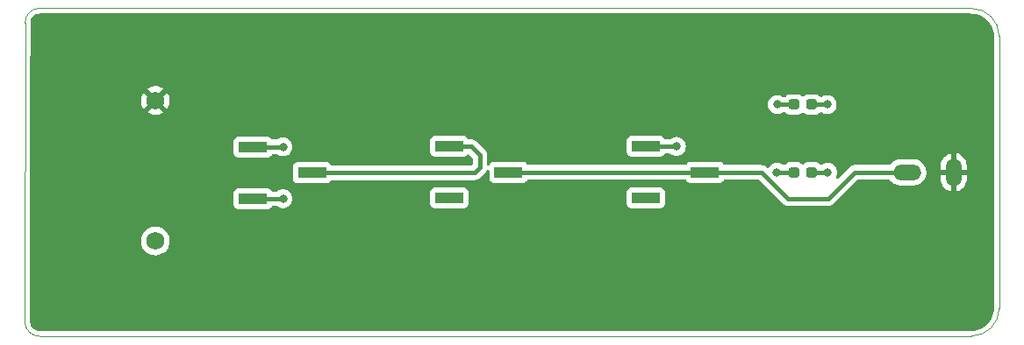
<source format=gtl>
%TF.GenerationSoftware,KiCad,Pcbnew,(6.0.2)*%
%TF.CreationDate,2022-05-28T13:28:15-07:00*%
%TF.ProjectId,TxBoard,5478426f-6172-4642-9e6b-696361645f70,4*%
%TF.SameCoordinates,Original*%
%TF.FileFunction,Copper,L1,Top*%
%TF.FilePolarity,Positive*%
%FSLAX46Y46*%
G04 Gerber Fmt 4.6, Leading zero omitted, Abs format (unit mm)*
G04 Created by KiCad (PCBNEW (6.0.2)) date 2022-05-28 13:28:15*
%MOMM*%
%LPD*%
G01*
G04 APERTURE LIST*
G04 Aperture macros list*
%AMRoundRect*
0 Rectangle with rounded corners*
0 $1 Rounding radius*
0 $2 $3 $4 $5 $6 $7 $8 $9 X,Y pos of 4 corners*
0 Add a 4 corners polygon primitive as box body*
4,1,4,$2,$3,$4,$5,$6,$7,$8,$9,$2,$3,0*
0 Add four circle primitives for the rounded corners*
1,1,$1+$1,$2,$3*
1,1,$1+$1,$4,$5*
1,1,$1+$1,$6,$7*
1,1,$1+$1,$8,$9*
0 Add four rect primitives between the rounded corners*
20,1,$1+$1,$2,$3,$4,$5,0*
20,1,$1+$1,$4,$5,$6,$7,0*
20,1,$1+$1,$6,$7,$8,$9,0*
20,1,$1+$1,$8,$9,$2,$3,0*%
G04 Aperture macros list end*
%TA.AperFunction,Profile*%
%ADD10C,0.100000*%
%TD*%
%TA.AperFunction,ComponentPad*%
%ADD11C,7.000000*%
%TD*%
%TA.AperFunction,SMDPad,CuDef*%
%ADD12R,2.700000X1.000000*%
%TD*%
%TA.AperFunction,SMDPad,CuDef*%
%ADD13RoundRect,0.237500X0.287500X0.237500X-0.287500X0.237500X-0.287500X-0.237500X0.287500X-0.237500X0*%
%TD*%
%TA.AperFunction,ComponentPad*%
%ADD14O,2.717800X1.501800*%
%TD*%
%TA.AperFunction,ComponentPad*%
%ADD15O,1.501800X2.717800*%
%TD*%
%TA.AperFunction,ComponentPad*%
%ADD16C,1.755000*%
%TD*%
%TA.AperFunction,ViaPad*%
%ADD17C,0.800000*%
%TD*%
%TA.AperFunction,Conductor*%
%ADD18C,0.381000*%
%TD*%
%TA.AperFunction,Conductor*%
%ADD19C,0.250000*%
%TD*%
G04 APERTURE END LIST*
D10*
X104389949Y-113010051D02*
X194300000Y-113000000D01*
X103000000Y-82700000D02*
X102989949Y-111610051D01*
X197000000Y-110300000D02*
X197000000Y-84000000D01*
X197000000Y-84000000D02*
G75*
G03*
X194300000Y-81300000I-2700001J-1D01*
G01*
X102989949Y-111610051D02*
G75*
G03*
X104389949Y-113010051I1400002J2D01*
G01*
X104400000Y-81300000D02*
G75*
G03*
X103000000Y-82700000I2J-1400002D01*
G01*
X194300000Y-81300000D02*
X104400000Y-81300000D01*
X194300000Y-113000000D02*
G75*
G03*
X197000000Y-110300000I-1J2700001D01*
G01*
D11*
%TO.P,REF\u002A\u002A,1*%
%TO.N,GND*%
X108077000Y-86360000D03*
%TD*%
D12*
%TO.P,SW2,1,A*%
%TO.N,Net-(SW2-Pad1)*%
X143950000Y-94650000D03*
%TO.P,SW2,2,B*%
%TO.N,Net-(C1-Pad1)*%
X149650000Y-97150000D03*
%TO.P,SW2,3,C*%
%TO.N,unconnected-(SW2-Pad3)*%
X143950000Y-99650000D03*
%TD*%
D13*
%TO.P,D1,1,K*%
%TO.N,Net-(D1-Pad1)*%
X178929000Y-97155000D03*
%TO.P,D1,2,A*%
%TO.N,+BATT*%
X177179000Y-97155000D03*
%TD*%
%TO.P,D2,1,K*%
%TO.N,Net-(C2-Pad2)*%
X178929000Y-90600000D03*
%TO.P,D2,2,A*%
%TO.N,+BATT*%
X177179000Y-90600000D03*
%TD*%
D11*
%TO.P,REF\u002A\u002A,1*%
%TO.N,GND*%
X189200000Y-86360000D03*
%TD*%
D12*
%TO.P,SW1,1,A*%
%TO.N,Net-(R2-Pad2)*%
X162900000Y-94650000D03*
%TO.P,SW1,2,B*%
%TO.N,Net-(C1-Pad1)*%
X168600000Y-97150000D03*
%TO.P,SW1,3,C*%
%TO.N,unconnected-(SW1-Pad3)*%
X162900000Y-99650000D03*
%TD*%
%TO.P,SW3,1,A*%
%TO.N,Net-(C2-Pad2)*%
X125000000Y-94700000D03*
%TO.P,SW3,2,B*%
%TO.N,Net-(SW2-Pad1)*%
X130700000Y-97200000D03*
%TO.P,SW3,3,C*%
%TO.N,Net-(R3-Pad2)*%
X125000000Y-99700000D03*
%TD*%
D11*
%TO.P,REF\u002A\u002A,1*%
%TO.N,GND*%
X189300000Y-107950000D03*
%TD*%
%TO.P,REF\u002A\u002A,1*%
%TO.N,GND*%
X108077000Y-107950000D03*
%TD*%
D14*
%TO.P,J1,1,In*%
%TO.N,Net-(C1-Pad1)*%
X188099999Y-97155000D03*
D15*
%TO.P,J1,2,Ext*%
%TO.N,GND*%
X192600000Y-97155000D03*
%TD*%
D16*
%TO.P,BT1,1,+*%
%TO.N,+BATT*%
X115572000Y-103795000D03*
%TO.P,BT1,2,-*%
%TO.N,GND*%
X115572000Y-90205000D03*
%TD*%
D17*
%TO.N,Net-(D1-Pad1)*%
X180467000Y-97155000D03*
%TO.N,+BATT*%
X175600000Y-90600000D03*
X175545000Y-97155000D03*
%TO.N,Net-(R2-Pad2)*%
X165850000Y-94650000D03*
%TO.N,Net-(R3-Pad2)*%
X127900000Y-99700000D03*
%TO.N,Net-(C2-Pad2)*%
X127900000Y-94700000D03*
X180400000Y-90600000D03*
%TD*%
D18*
%TO.N,Net-(C1-Pad1)*%
X176595000Y-99695000D02*
X174050000Y-97150000D01*
X183045000Y-97155000D02*
X180505000Y-99695000D01*
X174050000Y-97150000D02*
X168600000Y-97150000D01*
X180505000Y-99695000D02*
X176595000Y-99695000D01*
X188099999Y-97155000D02*
X183045000Y-97155000D01*
X168600000Y-97150000D02*
X149650000Y-97150000D01*
%TO.N,Net-(D1-Pad1)*%
X178929000Y-97155000D02*
X180467000Y-97155000D01*
D19*
%TO.N,+BATT*%
X175600000Y-90600000D02*
X175500000Y-90600000D01*
D18*
X177179000Y-90600000D02*
X175600000Y-90600000D01*
X177179000Y-97155000D02*
X175545000Y-97155000D01*
%TO.N,Net-(R2-Pad2)*%
X162900000Y-94650000D02*
X165850000Y-94650000D01*
%TO.N,Net-(R3-Pad2)*%
X125000000Y-99700000D02*
X127900000Y-99700000D01*
%TO.N,Net-(C2-Pad2)*%
X127900000Y-94700000D02*
X125000000Y-94700000D01*
X178929000Y-90600000D02*
X180400000Y-90600000D01*
%TO.N,Net-(SW2-Pad1)*%
X146900000Y-95500000D02*
X146900000Y-96700000D01*
X146050000Y-94650000D02*
X146900000Y-95500000D01*
X146900000Y-96700000D02*
X146400000Y-97200000D01*
X143950000Y-94650000D02*
X146050000Y-94650000D01*
X146400000Y-97200000D02*
X130700000Y-97200000D01*
%TD*%
%TA.AperFunction,Conductor*%
%TO.N,GND*%
G36*
X194270057Y-81809500D02*
G01*
X194284858Y-81811805D01*
X194284861Y-81811805D01*
X194293730Y-81813186D01*
X194310899Y-81810941D01*
X194334838Y-81810108D01*
X194556608Y-81823522D01*
X194571713Y-81825356D01*
X194817082Y-81870322D01*
X194831855Y-81873963D01*
X195070025Y-81948180D01*
X195084243Y-81953572D01*
X195311721Y-82055952D01*
X195325194Y-82063023D01*
X195538674Y-82192076D01*
X195551195Y-82200718D01*
X195738808Y-82347704D01*
X195747571Y-82354569D01*
X195758959Y-82364659D01*
X195935341Y-82541041D01*
X195945431Y-82552429D01*
X196065959Y-82706271D01*
X196099281Y-82748804D01*
X196107924Y-82761326D01*
X196236977Y-82974806D01*
X196244047Y-82988277D01*
X196252615Y-83007313D01*
X196346426Y-83215753D01*
X196351822Y-83229980D01*
X196426037Y-83468145D01*
X196429678Y-83482918D01*
X196474644Y-83728287D01*
X196476478Y-83743391D01*
X196489455Y-83957929D01*
X196488198Y-83984639D01*
X196488195Y-83984859D01*
X196486814Y-83993730D01*
X196487978Y-84002632D01*
X196487978Y-84002635D01*
X196490936Y-84025251D01*
X196492000Y-84041589D01*
X196492000Y-110250672D01*
X196490500Y-110270056D01*
X196486814Y-110293730D01*
X196489059Y-110310897D01*
X196489892Y-110334838D01*
X196476478Y-110556608D01*
X196474644Y-110571713D01*
X196429678Y-110817082D01*
X196426037Y-110831855D01*
X196351822Y-111070020D01*
X196346428Y-111084243D01*
X196244048Y-111311721D01*
X196236977Y-111325194D01*
X196107924Y-111538674D01*
X196099282Y-111551195D01*
X196072871Y-111584906D01*
X195945431Y-111747571D01*
X195935341Y-111758959D01*
X195758959Y-111935341D01*
X195747571Y-111945431D01*
X195551196Y-112099281D01*
X195538674Y-112107924D01*
X195325194Y-112236977D01*
X195311723Y-112244047D01*
X195084243Y-112346428D01*
X195070025Y-112351820D01*
X194841990Y-112422879D01*
X194831855Y-112426037D01*
X194817082Y-112429678D01*
X194571713Y-112474644D01*
X194556609Y-112476478D01*
X194342071Y-112489455D01*
X194315361Y-112488198D01*
X194315141Y-112488195D01*
X194306270Y-112486814D01*
X194297368Y-112487978D01*
X194297366Y-112487978D01*
X194286073Y-112489455D01*
X194274707Y-112490941D01*
X194258388Y-112492005D01*
X104439252Y-112502045D01*
X104419859Y-112500545D01*
X104412011Y-112499324D01*
X104405092Y-112498246D01*
X104405090Y-112498246D01*
X104396220Y-112496865D01*
X104385222Y-112498303D01*
X104356539Y-112498760D01*
X104298201Y-112493014D01*
X104228278Y-112486127D01*
X104204056Y-112481309D01*
X104060466Y-112437752D01*
X104037653Y-112428302D01*
X103905326Y-112357571D01*
X103884789Y-112343848D01*
X103768804Y-112248662D01*
X103751338Y-112231196D01*
X103656152Y-112115211D01*
X103642429Y-112094674D01*
X103571698Y-111962347D01*
X103562248Y-111939534D01*
X103518691Y-111795944D01*
X103513873Y-111771722D01*
X103501905Y-111650216D01*
X103502358Y-111634174D01*
X103501644Y-111634165D01*
X103501754Y-111625192D01*
X103503135Y-111616320D01*
X103501971Y-111607419D01*
X103501971Y-111607414D01*
X103499027Y-111584906D01*
X103497963Y-111568524D01*
X103500678Y-103761021D01*
X114181665Y-103761021D01*
X114194785Y-103988555D01*
X114244890Y-104210891D01*
X114246834Y-104215677D01*
X114246835Y-104215682D01*
X114283903Y-104306969D01*
X114330636Y-104422058D01*
X114449720Y-104616385D01*
X114598943Y-104788653D01*
X114774299Y-104934236D01*
X114778751Y-104936838D01*
X114778756Y-104936841D01*
X114966619Y-105046619D01*
X114971077Y-105049224D01*
X115183993Y-105130528D01*
X115189061Y-105131559D01*
X115189064Y-105131560D01*
X115298741Y-105153874D01*
X115407330Y-105175967D01*
X115412503Y-105176157D01*
X115412506Y-105176157D01*
X115629925Y-105184129D01*
X115629929Y-105184129D01*
X115635089Y-105184318D01*
X115640209Y-105183662D01*
X115640211Y-105183662D01*
X115856025Y-105156016D01*
X115856026Y-105156016D01*
X115861153Y-105155359D01*
X115866103Y-105153874D01*
X116074497Y-105091353D01*
X116074502Y-105091351D01*
X116079452Y-105089866D01*
X116085548Y-105086880D01*
X116279473Y-104991877D01*
X116279478Y-104991874D01*
X116284124Y-104989598D01*
X116288334Y-104986595D01*
X116288339Y-104986592D01*
X116465458Y-104860254D01*
X116465463Y-104860250D01*
X116469670Y-104857249D01*
X116631109Y-104696373D01*
X116685782Y-104620288D01*
X116761087Y-104515489D01*
X116764105Y-104511289D01*
X116806030Y-104426462D01*
X116862793Y-104311611D01*
X116862794Y-104311609D01*
X116865087Y-104306969D01*
X116931341Y-104088900D01*
X116961090Y-103862938D01*
X116962750Y-103795000D01*
X116944075Y-103567854D01*
X116888552Y-103346809D01*
X116797673Y-103137800D01*
X116673877Y-102946441D01*
X116520489Y-102777870D01*
X116516438Y-102774671D01*
X116516434Y-102774667D01*
X116345683Y-102639816D01*
X116345678Y-102639813D01*
X116341629Y-102636615D01*
X116337113Y-102634122D01*
X116337110Y-102634120D01*
X116146624Y-102528966D01*
X116146620Y-102528964D01*
X116142100Y-102526469D01*
X116137231Y-102524745D01*
X116137227Y-102524743D01*
X115932136Y-102452116D01*
X115932132Y-102452115D01*
X115927261Y-102450390D01*
X115922168Y-102449483D01*
X115922165Y-102449482D01*
X115707970Y-102411328D01*
X115707964Y-102411327D01*
X115702881Y-102410422D01*
X115629469Y-102409525D01*
X115480156Y-102407701D01*
X115480154Y-102407701D01*
X115474986Y-102407638D01*
X115249697Y-102442112D01*
X115033063Y-102512919D01*
X115028475Y-102515307D01*
X115028471Y-102515309D01*
X114835491Y-102615768D01*
X114830902Y-102618157D01*
X114826769Y-102621260D01*
X114826766Y-102621262D01*
X114809641Y-102634120D01*
X114648645Y-102755000D01*
X114491184Y-102919773D01*
X114362750Y-103108050D01*
X114266791Y-103314777D01*
X114205884Y-103534399D01*
X114181665Y-103761021D01*
X103500678Y-103761021D01*
X103501899Y-100248134D01*
X123141500Y-100248134D01*
X123148255Y-100310316D01*
X123199385Y-100446705D01*
X123286739Y-100563261D01*
X123403295Y-100650615D01*
X123539684Y-100701745D01*
X123601866Y-100708500D01*
X126398134Y-100708500D01*
X126460316Y-100701745D01*
X126596705Y-100650615D01*
X126713261Y-100563261D01*
X126798569Y-100449435D01*
X126855428Y-100406920D01*
X126899395Y-100399000D01*
X127275519Y-100399000D01*
X127343640Y-100419002D01*
X127349580Y-100423064D01*
X127392010Y-100453891D01*
X127443248Y-100491118D01*
X127449276Y-100493802D01*
X127449278Y-100493803D01*
X127611681Y-100566109D01*
X127617712Y-100568794D01*
X127711112Y-100588647D01*
X127798056Y-100607128D01*
X127798061Y-100607128D01*
X127804513Y-100608500D01*
X127995487Y-100608500D01*
X128001939Y-100607128D01*
X128001944Y-100607128D01*
X128088888Y-100588647D01*
X128182288Y-100568794D01*
X128188319Y-100566109D01*
X128350722Y-100493803D01*
X128350724Y-100493802D01*
X128356752Y-100491118D01*
X128511253Y-100378866D01*
X128516216Y-100373354D01*
X128634621Y-100241852D01*
X128634622Y-100241851D01*
X128639040Y-100236944D01*
X128661447Y-100198134D01*
X142091500Y-100198134D01*
X142098255Y-100260316D01*
X142149385Y-100396705D01*
X142236739Y-100513261D01*
X142353295Y-100600615D01*
X142489684Y-100651745D01*
X142551866Y-100658500D01*
X145348134Y-100658500D01*
X145410316Y-100651745D01*
X145546705Y-100600615D01*
X145663261Y-100513261D01*
X145750615Y-100396705D01*
X145801745Y-100260316D01*
X145808500Y-100198134D01*
X161041500Y-100198134D01*
X161048255Y-100260316D01*
X161099385Y-100396705D01*
X161186739Y-100513261D01*
X161303295Y-100600615D01*
X161439684Y-100651745D01*
X161501866Y-100658500D01*
X164298134Y-100658500D01*
X164360316Y-100651745D01*
X164496705Y-100600615D01*
X164613261Y-100513261D01*
X164700615Y-100396705D01*
X164751745Y-100260316D01*
X164758500Y-100198134D01*
X164758500Y-99101866D01*
X164751745Y-99039684D01*
X164700615Y-98903295D01*
X164613261Y-98786739D01*
X164496705Y-98699385D01*
X164360316Y-98648255D01*
X164298134Y-98641500D01*
X161501866Y-98641500D01*
X161439684Y-98648255D01*
X161303295Y-98699385D01*
X161186739Y-98786739D01*
X161099385Y-98903295D01*
X161048255Y-99039684D01*
X161041500Y-99101866D01*
X161041500Y-100198134D01*
X145808500Y-100198134D01*
X145808500Y-99101866D01*
X145801745Y-99039684D01*
X145750615Y-98903295D01*
X145663261Y-98786739D01*
X145546705Y-98699385D01*
X145410316Y-98648255D01*
X145348134Y-98641500D01*
X142551866Y-98641500D01*
X142489684Y-98648255D01*
X142353295Y-98699385D01*
X142236739Y-98786739D01*
X142149385Y-98903295D01*
X142098255Y-99039684D01*
X142091500Y-99101866D01*
X142091500Y-100198134D01*
X128661447Y-100198134D01*
X128734527Y-100071556D01*
X128793542Y-99889928D01*
X128813504Y-99700000D01*
X128793542Y-99510072D01*
X128734527Y-99328444D01*
X128639040Y-99163056D01*
X128628965Y-99151866D01*
X128515675Y-99026045D01*
X128515674Y-99026044D01*
X128511253Y-99021134D01*
X128356752Y-98908882D01*
X128350724Y-98906198D01*
X128350722Y-98906197D01*
X128188319Y-98833891D01*
X128188318Y-98833891D01*
X128182288Y-98831206D01*
X128088887Y-98811353D01*
X128001944Y-98792872D01*
X128001939Y-98792872D01*
X127995487Y-98791500D01*
X127804513Y-98791500D01*
X127798061Y-98792872D01*
X127798056Y-98792872D01*
X127711113Y-98811353D01*
X127617712Y-98831206D01*
X127611682Y-98833891D01*
X127611681Y-98833891D01*
X127449278Y-98906197D01*
X127449276Y-98906198D01*
X127443248Y-98908882D01*
X127437907Y-98912762D01*
X127437906Y-98912763D01*
X127349580Y-98976936D01*
X127282712Y-99000794D01*
X127275519Y-99001000D01*
X126899395Y-99001000D01*
X126831274Y-98980998D01*
X126798569Y-98950565D01*
X126718642Y-98843919D01*
X126713261Y-98836739D01*
X126596705Y-98749385D01*
X126460316Y-98698255D01*
X126398134Y-98691500D01*
X123601866Y-98691500D01*
X123539684Y-98698255D01*
X123403295Y-98749385D01*
X123286739Y-98836739D01*
X123199385Y-98953295D01*
X123148255Y-99089684D01*
X123141500Y-99151866D01*
X123141500Y-100248134D01*
X103501899Y-100248134D01*
X103502769Y-97748134D01*
X128841500Y-97748134D01*
X128848255Y-97810316D01*
X128899385Y-97946705D01*
X128986739Y-98063261D01*
X129103295Y-98150615D01*
X129239684Y-98201745D01*
X129301866Y-98208500D01*
X132098134Y-98208500D01*
X132160316Y-98201745D01*
X132296705Y-98150615D01*
X132413261Y-98063261D01*
X132498569Y-97949435D01*
X132555428Y-97906920D01*
X132599395Y-97899000D01*
X146371401Y-97899000D01*
X146379971Y-97899292D01*
X146429277Y-97902654D01*
X146429281Y-97902654D01*
X146436852Y-97903170D01*
X146444328Y-97901865D01*
X146444332Y-97901865D01*
X146498924Y-97892337D01*
X146505449Y-97891374D01*
X146560418Y-97884722D01*
X146560420Y-97884721D01*
X146567960Y-97883809D01*
X146575062Y-97881125D01*
X146578500Y-97880281D01*
X146592623Y-97876417D01*
X146596034Y-97875387D01*
X146603517Y-97874081D01*
X146623787Y-97865183D01*
X146661198Y-97848761D01*
X146667304Y-97846270D01*
X146719117Y-97826691D01*
X146719118Y-97826690D01*
X146726222Y-97824006D01*
X146732477Y-97819707D01*
X146735618Y-97818065D01*
X146748372Y-97810967D01*
X146751478Y-97809130D01*
X146758433Y-97806077D01*
X146764460Y-97801452D01*
X146764464Y-97801450D01*
X146808402Y-97767735D01*
X146813720Y-97763871D01*
X146865652Y-97728179D01*
X146906526Y-97682303D01*
X146911490Y-97677045D01*
X147374053Y-97214483D01*
X147380319Y-97208630D01*
X147417547Y-97176154D01*
X147423274Y-97171158D01*
X147459498Y-97119617D01*
X147463423Y-97114332D01*
X147497607Y-97070735D01*
X147502292Y-97064760D01*
X147505416Y-97057842D01*
X147507245Y-97054821D01*
X147514500Y-97042102D01*
X147516188Y-97038954D01*
X147520556Y-97032739D01*
X147543438Y-96974050D01*
X147545991Y-96967976D01*
X147550665Y-96957625D01*
X147596929Y-96903772D01*
X147664964Y-96883480D01*
X147733169Y-96903192D01*
X147779890Y-96956649D01*
X147791500Y-97009479D01*
X147791500Y-97698134D01*
X147798255Y-97760316D01*
X147849385Y-97896705D01*
X147936739Y-98013261D01*
X148053295Y-98100615D01*
X148189684Y-98151745D01*
X148251866Y-98158500D01*
X151048134Y-98158500D01*
X151110316Y-98151745D01*
X151246705Y-98100615D01*
X151363261Y-98013261D01*
X151448569Y-97899435D01*
X151505428Y-97856920D01*
X151549395Y-97849000D01*
X166700605Y-97849000D01*
X166768726Y-97869002D01*
X166801431Y-97899435D01*
X166886739Y-98013261D01*
X167003295Y-98100615D01*
X167139684Y-98151745D01*
X167201866Y-98158500D01*
X169998134Y-98158500D01*
X170060316Y-98151745D01*
X170196705Y-98100615D01*
X170313261Y-98013261D01*
X170398569Y-97899435D01*
X170455428Y-97856920D01*
X170499395Y-97849000D01*
X173708275Y-97849000D01*
X173776396Y-97869002D01*
X173797370Y-97885905D01*
X174943749Y-99032285D01*
X176080510Y-100169046D01*
X176086363Y-100175311D01*
X176123842Y-100218274D01*
X176175383Y-100254498D01*
X176180668Y-100258423D01*
X176192519Y-100267715D01*
X176230240Y-100297292D01*
X176237158Y-100300416D01*
X176240179Y-100302245D01*
X176252898Y-100309500D01*
X176256046Y-100311188D01*
X176262261Y-100315556D01*
X176320950Y-100338438D01*
X176326995Y-100340978D01*
X176384435Y-100366913D01*
X176391908Y-100368298D01*
X176395326Y-100369369D01*
X176409315Y-100373354D01*
X176412807Y-100374251D01*
X176419889Y-100377012D01*
X176427422Y-100378004D01*
X176427423Y-100378004D01*
X176482330Y-100385233D01*
X176488843Y-100386265D01*
X176543318Y-100396361D01*
X176543320Y-100396361D01*
X176550787Y-100397745D01*
X176558367Y-100397308D01*
X176558368Y-100397308D01*
X176612112Y-100394209D01*
X176619365Y-100394000D01*
X180476401Y-100394000D01*
X180484971Y-100394292D01*
X180534277Y-100397654D01*
X180534281Y-100397654D01*
X180541852Y-100398170D01*
X180549328Y-100396865D01*
X180549332Y-100396865D01*
X180603924Y-100387337D01*
X180610449Y-100386374D01*
X180665418Y-100379722D01*
X180665420Y-100379721D01*
X180672960Y-100378809D01*
X180680062Y-100376125D01*
X180683500Y-100375281D01*
X180697623Y-100371417D01*
X180701034Y-100370387D01*
X180708517Y-100369081D01*
X180766197Y-100343761D01*
X180772304Y-100341270D01*
X180824117Y-100321691D01*
X180824118Y-100321690D01*
X180831222Y-100319006D01*
X180837477Y-100314707D01*
X180840618Y-100313065D01*
X180853372Y-100305967D01*
X180856478Y-100304130D01*
X180863433Y-100301077D01*
X180869460Y-100296452D01*
X180869464Y-100296450D01*
X180913402Y-100262735D01*
X180918720Y-100258871D01*
X180970652Y-100223179D01*
X181011519Y-100177311D01*
X181016499Y-100172036D01*
X183297630Y-97890905D01*
X183359942Y-97856879D01*
X183386725Y-97854000D01*
X186378680Y-97854000D01*
X186446801Y-97874002D01*
X186478642Y-97903296D01*
X186561212Y-98010903D01*
X186565357Y-98014674D01*
X186565360Y-98014678D01*
X186689577Y-98127707D01*
X186727489Y-98162204D01*
X186917933Y-98281669D01*
X187126521Y-98365521D01*
X187132012Y-98366658D01*
X187132015Y-98366659D01*
X187271695Y-98395585D01*
X187346662Y-98411110D01*
X187351273Y-98411376D01*
X187351274Y-98411376D01*
X187401899Y-98414295D01*
X187401903Y-98414295D01*
X187403722Y-98414400D01*
X188765033Y-98414400D01*
X188767819Y-98414151D01*
X188767827Y-98414151D01*
X188849803Y-98406835D01*
X188931921Y-98399506D01*
X188937337Y-98398024D01*
X188937339Y-98398024D01*
X189056149Y-98365521D01*
X189148765Y-98340184D01*
X189153823Y-98337772D01*
X189153827Y-98337770D01*
X189271444Y-98281669D01*
X189351677Y-98243400D01*
X189534243Y-98112213D01*
X189690692Y-97950769D01*
X189780442Y-97817207D01*
X191341100Y-97817207D01*
X191341349Y-97822802D01*
X191355490Y-97981237D01*
X191357472Y-97992252D01*
X191413807Y-98198180D01*
X191417701Y-98208653D01*
X191509618Y-98401360D01*
X191515304Y-98410975D01*
X191639891Y-98584357D01*
X191647199Y-98592823D01*
X191800514Y-98741394D01*
X191809211Y-98748437D01*
X191986409Y-98867509D01*
X191996209Y-98872897D01*
X192191697Y-98958711D01*
X192202296Y-98962278D01*
X192328384Y-98992549D01*
X192342470Y-98991844D01*
X192346000Y-98982965D01*
X192346000Y-98982317D01*
X192854000Y-98982317D01*
X192858105Y-98996297D01*
X192867778Y-98997799D01*
X192868160Y-98997717D01*
X193072224Y-98934938D01*
X193082570Y-98930717D01*
X193272296Y-98832792D01*
X193281727Y-98826807D01*
X193451118Y-98696828D01*
X193459335Y-98689272D01*
X193603030Y-98531353D01*
X193609783Y-98522457D01*
X193723242Y-98341589D01*
X193728313Y-98331638D01*
X193807949Y-98133535D01*
X193811178Y-98122840D01*
X193854674Y-97912803D01*
X193855877Y-97903666D01*
X193858795Y-97853062D01*
X193858900Y-97849415D01*
X193858900Y-97427115D01*
X193854425Y-97411876D01*
X193853035Y-97410671D01*
X193845352Y-97409000D01*
X192872115Y-97409000D01*
X192856876Y-97413475D01*
X192855671Y-97414865D01*
X192854000Y-97422548D01*
X192854000Y-98982317D01*
X192346000Y-98982317D01*
X192346000Y-97427115D01*
X192341525Y-97411876D01*
X192340135Y-97410671D01*
X192332452Y-97409000D01*
X191359215Y-97409000D01*
X191343976Y-97413475D01*
X191342771Y-97414865D01*
X191341100Y-97422548D01*
X191341100Y-97817207D01*
X189780442Y-97817207D01*
X189816080Y-97764173D01*
X189906443Y-97558321D01*
X189941601Y-97411876D01*
X189957614Y-97345178D01*
X189957614Y-97345177D01*
X189958924Y-97339721D01*
X189969002Y-97164943D01*
X189971542Y-97120888D01*
X189971542Y-97120885D01*
X189971865Y-97115281D01*
X189944857Y-96892098D01*
X189942023Y-96882885D01*
X191341100Y-96882885D01*
X191345575Y-96898124D01*
X191346965Y-96899329D01*
X191354648Y-96901000D01*
X192327885Y-96901000D01*
X192343124Y-96896525D01*
X192344329Y-96895135D01*
X192346000Y-96887452D01*
X192346000Y-96882885D01*
X192854000Y-96882885D01*
X192858475Y-96898124D01*
X192859865Y-96899329D01*
X192867548Y-96901000D01*
X193840785Y-96901000D01*
X193856024Y-96896525D01*
X193857229Y-96895135D01*
X193858900Y-96887452D01*
X193858900Y-96492793D01*
X193858651Y-96487198D01*
X193844510Y-96328763D01*
X193842528Y-96317748D01*
X193786193Y-96111820D01*
X193782299Y-96101347D01*
X193690382Y-95908640D01*
X193684696Y-95899025D01*
X193560109Y-95725643D01*
X193552801Y-95717177D01*
X193399486Y-95568606D01*
X193390789Y-95561563D01*
X193213591Y-95442491D01*
X193203791Y-95437103D01*
X193008303Y-95351289D01*
X192997704Y-95347722D01*
X192871616Y-95317451D01*
X192857530Y-95318156D01*
X192854000Y-95327035D01*
X192854000Y-96882885D01*
X192346000Y-96882885D01*
X192346000Y-95327683D01*
X192341895Y-95313703D01*
X192332222Y-95312201D01*
X192331840Y-95312283D01*
X192127776Y-95375062D01*
X192117430Y-95379283D01*
X191927704Y-95477208D01*
X191918273Y-95483193D01*
X191748882Y-95613172D01*
X191740665Y-95620728D01*
X191596970Y-95778647D01*
X191590217Y-95787543D01*
X191476758Y-95968411D01*
X191471687Y-95978362D01*
X191392051Y-96176465D01*
X191388822Y-96187160D01*
X191345326Y-96397197D01*
X191344123Y-96406334D01*
X191341205Y-96456938D01*
X191341100Y-96460585D01*
X191341100Y-96882885D01*
X189942023Y-96882885D01*
X189878753Y-96677224D01*
X189872776Y-96665642D01*
X189778214Y-96482433D01*
X189778213Y-96482432D01*
X189775643Y-96477452D01*
X189638786Y-96299097D01*
X189634641Y-96295326D01*
X189634638Y-96295322D01*
X189476662Y-96151575D01*
X189472509Y-96147796D01*
X189282065Y-96028331D01*
X189073477Y-95944479D01*
X189067986Y-95943342D01*
X189067983Y-95943341D01*
X188916526Y-95911976D01*
X188853336Y-95898890D01*
X188848725Y-95898624D01*
X188848724Y-95898624D01*
X188798099Y-95895705D01*
X188798095Y-95895705D01*
X188796276Y-95895600D01*
X187434965Y-95895600D01*
X187432179Y-95895849D01*
X187432171Y-95895849D01*
X187350195Y-95903165D01*
X187268077Y-95910494D01*
X187262661Y-95911976D01*
X187262659Y-95911976D01*
X187177563Y-95935256D01*
X187051233Y-95969816D01*
X187046175Y-95972228D01*
X187046171Y-95972230D01*
X186949777Y-96018208D01*
X186848321Y-96066600D01*
X186665755Y-96197787D01*
X186509306Y-96359231D01*
X186488722Y-96389863D01*
X186481725Y-96400276D01*
X186427129Y-96445661D01*
X186377143Y-96456000D01*
X183073589Y-96456000D01*
X183065019Y-96455708D01*
X183015724Y-96452347D01*
X183015720Y-96452347D01*
X183008148Y-96451831D01*
X183000671Y-96453136D01*
X183000670Y-96453136D01*
X182978886Y-96456938D01*
X182946085Y-96462663D01*
X182939568Y-96463624D01*
X182925461Y-96465331D01*
X182884582Y-96470278D01*
X182884579Y-96470279D01*
X182877040Y-96471191D01*
X182869931Y-96473877D01*
X182866488Y-96474723D01*
X182852363Y-96478586D01*
X182848958Y-96479614D01*
X182841482Y-96480919D01*
X182783810Y-96506235D01*
X182777715Y-96508723D01*
X182725880Y-96528310D01*
X182725878Y-96528311D01*
X182718778Y-96530994D01*
X182712526Y-96535291D01*
X182709383Y-96536934D01*
X182696635Y-96544029D01*
X182693523Y-96545870D01*
X182686567Y-96548923D01*
X182637500Y-96586573D01*
X182636602Y-96587262D01*
X182631275Y-96591133D01*
X182579348Y-96626821D01*
X182574296Y-96632491D01*
X182574295Y-96632492D01*
X182538490Y-96672679D01*
X182533509Y-96677955D01*
X181454562Y-97756903D01*
X181392251Y-97790927D01*
X181321436Y-97785863D01*
X181264600Y-97743316D01*
X181239789Y-97676796D01*
X181256349Y-97604807D01*
X181298223Y-97532279D01*
X181298224Y-97532278D01*
X181301527Y-97526556D01*
X181360542Y-97344928D01*
X181361679Y-97334116D01*
X181379814Y-97161565D01*
X181380504Y-97155000D01*
X181375743Y-97109704D01*
X181361232Y-96971635D01*
X181361232Y-96971633D01*
X181360542Y-96965072D01*
X181301527Y-96783444D01*
X181206040Y-96618056D01*
X181191463Y-96601866D01*
X181082675Y-96481045D01*
X181082674Y-96481044D01*
X181078253Y-96476134D01*
X180969606Y-96397197D01*
X180929094Y-96367763D01*
X180929093Y-96367762D01*
X180923752Y-96363882D01*
X180917724Y-96361198D01*
X180917722Y-96361197D01*
X180755319Y-96288891D01*
X180755318Y-96288891D01*
X180749288Y-96286206D01*
X180655888Y-96266353D01*
X180568944Y-96247872D01*
X180568939Y-96247872D01*
X180562487Y-96246500D01*
X180371513Y-96246500D01*
X180365061Y-96247872D01*
X180365056Y-96247872D01*
X180278112Y-96266353D01*
X180184712Y-96286206D01*
X180178682Y-96288891D01*
X180178681Y-96288891D01*
X180016278Y-96361197D01*
X180016276Y-96361198D01*
X180010248Y-96363882D01*
X180004907Y-96367762D01*
X180004906Y-96367763D01*
X179964394Y-96397197D01*
X179945585Y-96410863D01*
X179928018Y-96423626D01*
X179861151Y-96447484D01*
X179791999Y-96431404D01*
X179764942Y-96410866D01*
X179682003Y-96328071D01*
X179665256Y-96317748D01*
X179540150Y-96240631D01*
X179540148Y-96240630D01*
X179533920Y-96236791D01*
X179368809Y-96182026D01*
X179361973Y-96181326D01*
X179361970Y-96181325D01*
X179310474Y-96176049D01*
X179266072Y-96171500D01*
X178591928Y-96171500D01*
X178588682Y-96171837D01*
X178588678Y-96171837D01*
X178494765Y-96181581D01*
X178494761Y-96181582D01*
X178487907Y-96182293D01*
X178481371Y-96184474D01*
X178481369Y-96184474D01*
X178440063Y-96198255D01*
X178322893Y-96237346D01*
X178265395Y-96272927D01*
X178182490Y-96324230D01*
X178174969Y-96328884D01*
X178143121Y-96360787D01*
X178080841Y-96394866D01*
X178010021Y-96389863D01*
X177964933Y-96360943D01*
X177937184Y-96333243D01*
X177937183Y-96333242D01*
X177932003Y-96328071D01*
X177915256Y-96317748D01*
X177790150Y-96240631D01*
X177790148Y-96240630D01*
X177783920Y-96236791D01*
X177618809Y-96182026D01*
X177611973Y-96181326D01*
X177611970Y-96181325D01*
X177560474Y-96176049D01*
X177516072Y-96171500D01*
X176841928Y-96171500D01*
X176838682Y-96171837D01*
X176838678Y-96171837D01*
X176744765Y-96181581D01*
X176744761Y-96181582D01*
X176737907Y-96182293D01*
X176731371Y-96184474D01*
X176731369Y-96184474D01*
X176690063Y-96198255D01*
X176572893Y-96237346D01*
X176424969Y-96328884D01*
X176419796Y-96334066D01*
X176334992Y-96419018D01*
X176272710Y-96453097D01*
X176245819Y-96456000D01*
X176169481Y-96456000D01*
X176101360Y-96435998D01*
X176095420Y-96431936D01*
X176007094Y-96367763D01*
X176007093Y-96367762D01*
X176001752Y-96363882D01*
X175995724Y-96361198D01*
X175995722Y-96361197D01*
X175833319Y-96288891D01*
X175833318Y-96288891D01*
X175827288Y-96286206D01*
X175733888Y-96266353D01*
X175646944Y-96247872D01*
X175646939Y-96247872D01*
X175640487Y-96246500D01*
X175449513Y-96246500D01*
X175443061Y-96247872D01*
X175443056Y-96247872D01*
X175356112Y-96266353D01*
X175262712Y-96286206D01*
X175256682Y-96288891D01*
X175256681Y-96288891D01*
X175094278Y-96361197D01*
X175094276Y-96361198D01*
X175088248Y-96363882D01*
X175082907Y-96367762D01*
X175082906Y-96367763D01*
X175042394Y-96397197D01*
X174933747Y-96476134D01*
X174929326Y-96481044D01*
X174929325Y-96481045D01*
X174820538Y-96601866D01*
X174805960Y-96618056D01*
X174802661Y-96623769D01*
X174802658Y-96623774D01*
X174778486Y-96665642D01*
X174727103Y-96714635D01*
X174657390Y-96728071D01*
X174591479Y-96701684D01*
X174580272Y-96691737D01*
X174564497Y-96675962D01*
X174558643Y-96669696D01*
X174521158Y-96626726D01*
X174469622Y-96590506D01*
X174464326Y-96586573D01*
X174420737Y-96552394D01*
X174420734Y-96552392D01*
X174414760Y-96547708D01*
X174407836Y-96544582D01*
X174404801Y-96542744D01*
X174392102Y-96535500D01*
X174388954Y-96533812D01*
X174382739Y-96529444D01*
X174324050Y-96506562D01*
X174318005Y-96504022D01*
X174260565Y-96478087D01*
X174253092Y-96476702D01*
X174249674Y-96475631D01*
X174235685Y-96471646D01*
X174232193Y-96470749D01*
X174225111Y-96467988D01*
X174217578Y-96466996D01*
X174217577Y-96466996D01*
X174162670Y-96459767D01*
X174156157Y-96458735D01*
X174101682Y-96448639D01*
X174101680Y-96448639D01*
X174094213Y-96447255D01*
X174086633Y-96447692D01*
X174086632Y-96447692D01*
X174032888Y-96450791D01*
X174025635Y-96451000D01*
X170499395Y-96451000D01*
X170431274Y-96430998D01*
X170398569Y-96400565D01*
X170341959Y-96325031D01*
X170313261Y-96286739D01*
X170196705Y-96199385D01*
X170060316Y-96148255D01*
X169998134Y-96141500D01*
X167201866Y-96141500D01*
X167139684Y-96148255D01*
X167003295Y-96199385D01*
X166886739Y-96286739D01*
X166858041Y-96325031D01*
X166801431Y-96400565D01*
X166744572Y-96443080D01*
X166700605Y-96451000D01*
X151549395Y-96451000D01*
X151481274Y-96430998D01*
X151448569Y-96400565D01*
X151391959Y-96325031D01*
X151363261Y-96286739D01*
X151246705Y-96199385D01*
X151110316Y-96148255D01*
X151048134Y-96141500D01*
X148251866Y-96141500D01*
X148189684Y-96148255D01*
X148053295Y-96199385D01*
X147936739Y-96286739D01*
X147849385Y-96403295D01*
X147846233Y-96411704D01*
X147846232Y-96411705D01*
X147842982Y-96420374D01*
X147800341Y-96477139D01*
X147733779Y-96501839D01*
X147664430Y-96486632D01*
X147614312Y-96436346D01*
X147599000Y-96376145D01*
X147599000Y-95528600D01*
X147599292Y-95520029D01*
X147601263Y-95491118D01*
X147603170Y-95463149D01*
X147592334Y-95401065D01*
X147591378Y-95394586D01*
X147583809Y-95332040D01*
X147581125Y-95324938D01*
X147580270Y-95321456D01*
X147576430Y-95307421D01*
X147575389Y-95303973D01*
X147574082Y-95296483D01*
X147551358Y-95244717D01*
X147548763Y-95238805D01*
X147546270Y-95232697D01*
X147533210Y-95198134D01*
X161041500Y-95198134D01*
X161048255Y-95260316D01*
X161099385Y-95396705D01*
X161186739Y-95513261D01*
X161303295Y-95600615D01*
X161439684Y-95651745D01*
X161501866Y-95658500D01*
X164298134Y-95658500D01*
X164360316Y-95651745D01*
X164496705Y-95600615D01*
X164613261Y-95513261D01*
X164698569Y-95399435D01*
X164755428Y-95356920D01*
X164799395Y-95349000D01*
X165225519Y-95349000D01*
X165293640Y-95369002D01*
X165299580Y-95373064D01*
X165346179Y-95406920D01*
X165393248Y-95441118D01*
X165399276Y-95443802D01*
X165399278Y-95443803D01*
X165561681Y-95516109D01*
X165567712Y-95518794D01*
X165661112Y-95538647D01*
X165748056Y-95557128D01*
X165748061Y-95557128D01*
X165754513Y-95558500D01*
X165945487Y-95558500D01*
X165951939Y-95557128D01*
X165951944Y-95557128D01*
X166038887Y-95538647D01*
X166132288Y-95518794D01*
X166138319Y-95516109D01*
X166300722Y-95443803D01*
X166300724Y-95443802D01*
X166306752Y-95441118D01*
X166461253Y-95328866D01*
X166470896Y-95318156D01*
X166584621Y-95191852D01*
X166584622Y-95191851D01*
X166589040Y-95186944D01*
X166684527Y-95021556D01*
X166743542Y-94839928D01*
X166763504Y-94650000D01*
X166743542Y-94460072D01*
X166684527Y-94278444D01*
X166589040Y-94113056D01*
X166578965Y-94101866D01*
X166465675Y-93976045D01*
X166465674Y-93976044D01*
X166461253Y-93971134D01*
X166306752Y-93858882D01*
X166300724Y-93856198D01*
X166300722Y-93856197D01*
X166138319Y-93783891D01*
X166138318Y-93783891D01*
X166132288Y-93781206D01*
X166038888Y-93761353D01*
X165951944Y-93742872D01*
X165951939Y-93742872D01*
X165945487Y-93741500D01*
X165754513Y-93741500D01*
X165748061Y-93742872D01*
X165748056Y-93742872D01*
X165661112Y-93761353D01*
X165567712Y-93781206D01*
X165561682Y-93783891D01*
X165561681Y-93783891D01*
X165399278Y-93856197D01*
X165399276Y-93856198D01*
X165393248Y-93858882D01*
X165387907Y-93862762D01*
X165387906Y-93862763D01*
X165299580Y-93926936D01*
X165232712Y-93950794D01*
X165225519Y-93951000D01*
X164799395Y-93951000D01*
X164731274Y-93930998D01*
X164698569Y-93900565D01*
X164650734Y-93836739D01*
X164613261Y-93786739D01*
X164496705Y-93699385D01*
X164360316Y-93648255D01*
X164298134Y-93641500D01*
X161501866Y-93641500D01*
X161439684Y-93648255D01*
X161303295Y-93699385D01*
X161186739Y-93786739D01*
X161099385Y-93903295D01*
X161048255Y-94039684D01*
X161041500Y-94101866D01*
X161041500Y-95198134D01*
X147533210Y-95198134D01*
X147526692Y-95180886D01*
X147526692Y-95180885D01*
X147524006Y-95173778D01*
X147519700Y-95167512D01*
X147518050Y-95164357D01*
X147510931Y-95151565D01*
X147509131Y-95148521D01*
X147506078Y-95141567D01*
X147467740Y-95091604D01*
X147463862Y-95086267D01*
X147432481Y-95040607D01*
X147432479Y-95040605D01*
X147428179Y-95034348D01*
X147406768Y-95015271D01*
X147382312Y-94993482D01*
X147377036Y-94988501D01*
X146564497Y-94175962D01*
X146558643Y-94169696D01*
X146543089Y-94151866D01*
X146521158Y-94126726D01*
X146469622Y-94090506D01*
X146464326Y-94086573D01*
X146420737Y-94052394D01*
X146420734Y-94052392D01*
X146414760Y-94047708D01*
X146407836Y-94044582D01*
X146404801Y-94042744D01*
X146392102Y-94035500D01*
X146388954Y-94033812D01*
X146382739Y-94029444D01*
X146324050Y-94006562D01*
X146318005Y-94004022D01*
X146260565Y-93978087D01*
X146253092Y-93976702D01*
X146249674Y-93975631D01*
X146235685Y-93971646D01*
X146232193Y-93970749D01*
X146225111Y-93967988D01*
X146217578Y-93966996D01*
X146217577Y-93966996D01*
X146162670Y-93959767D01*
X146156157Y-93958735D01*
X146101682Y-93948639D01*
X146101680Y-93948639D01*
X146094213Y-93947255D01*
X146086633Y-93947692D01*
X146086632Y-93947692D01*
X146032888Y-93950791D01*
X146025635Y-93951000D01*
X145849395Y-93951000D01*
X145781274Y-93930998D01*
X145748569Y-93900565D01*
X145700734Y-93836739D01*
X145663261Y-93786739D01*
X145546705Y-93699385D01*
X145410316Y-93648255D01*
X145348134Y-93641500D01*
X142551866Y-93641500D01*
X142489684Y-93648255D01*
X142353295Y-93699385D01*
X142236739Y-93786739D01*
X142149385Y-93903295D01*
X142098255Y-94039684D01*
X142091500Y-94101866D01*
X142091500Y-95198134D01*
X142098255Y-95260316D01*
X142149385Y-95396705D01*
X142236739Y-95513261D01*
X142353295Y-95600615D01*
X142489684Y-95651745D01*
X142551866Y-95658500D01*
X145348134Y-95658500D01*
X145410316Y-95651745D01*
X145546705Y-95600615D01*
X145663261Y-95513261D01*
X145688113Y-95480101D01*
X145744972Y-95437586D01*
X145815791Y-95432560D01*
X145878034Y-95466571D01*
X146164095Y-95752632D01*
X146198121Y-95814944D01*
X146201000Y-95841727D01*
X146201000Y-96358275D01*
X146180998Y-96426396D01*
X146164095Y-96447370D01*
X146147370Y-96464095D01*
X146085058Y-96498121D01*
X146058275Y-96501000D01*
X132599395Y-96501000D01*
X132531274Y-96480998D01*
X132498569Y-96450565D01*
X132436512Y-96367763D01*
X132413261Y-96336739D01*
X132296705Y-96249385D01*
X132160316Y-96198255D01*
X132098134Y-96191500D01*
X129301866Y-96191500D01*
X129239684Y-96198255D01*
X129103295Y-96249385D01*
X128986739Y-96336739D01*
X128899385Y-96453295D01*
X128848255Y-96589684D01*
X128841500Y-96651866D01*
X128841500Y-97748134D01*
X103502769Y-97748134D01*
X103503638Y-95248134D01*
X123141500Y-95248134D01*
X123148255Y-95310316D01*
X123199385Y-95446705D01*
X123286739Y-95563261D01*
X123403295Y-95650615D01*
X123539684Y-95701745D01*
X123601866Y-95708500D01*
X126398134Y-95708500D01*
X126460316Y-95701745D01*
X126596705Y-95650615D01*
X126713261Y-95563261D01*
X126798569Y-95449435D01*
X126855428Y-95406920D01*
X126899395Y-95399000D01*
X127275519Y-95399000D01*
X127343640Y-95419002D01*
X127349580Y-95423064D01*
X127424103Y-95477208D01*
X127443248Y-95491118D01*
X127449276Y-95493802D01*
X127449278Y-95493803D01*
X127611681Y-95566109D01*
X127617712Y-95568794D01*
X127711112Y-95588647D01*
X127798056Y-95607128D01*
X127798061Y-95607128D01*
X127804513Y-95608500D01*
X127995487Y-95608500D01*
X128001939Y-95607128D01*
X128001944Y-95607128D01*
X128088888Y-95588647D01*
X128182288Y-95568794D01*
X128188319Y-95566109D01*
X128350722Y-95493803D01*
X128350724Y-95493802D01*
X128356752Y-95491118D01*
X128375898Y-95477208D01*
X128425571Y-95441118D01*
X128511253Y-95378866D01*
X128531013Y-95356920D01*
X128634621Y-95241852D01*
X128634622Y-95241851D01*
X128639040Y-95236944D01*
X128734527Y-95071556D01*
X128793542Y-94889928D01*
X128813504Y-94700000D01*
X128793542Y-94510072D01*
X128734527Y-94328444D01*
X128639040Y-94163056D01*
X128628965Y-94151866D01*
X128515675Y-94026045D01*
X128515674Y-94026044D01*
X128511253Y-94021134D01*
X128356752Y-93908882D01*
X128350724Y-93906198D01*
X128350722Y-93906197D01*
X128188319Y-93833891D01*
X128188318Y-93833891D01*
X128182288Y-93831206D01*
X128088888Y-93811353D01*
X128001944Y-93792872D01*
X128001939Y-93792872D01*
X127995487Y-93791500D01*
X127804513Y-93791500D01*
X127798061Y-93792872D01*
X127798056Y-93792872D01*
X127711112Y-93811353D01*
X127617712Y-93831206D01*
X127611682Y-93833891D01*
X127611681Y-93833891D01*
X127449278Y-93906197D01*
X127449276Y-93906198D01*
X127443248Y-93908882D01*
X127437907Y-93912762D01*
X127437906Y-93912763D01*
X127349580Y-93976936D01*
X127282712Y-94000794D01*
X127275519Y-94001000D01*
X126899395Y-94001000D01*
X126831274Y-93980998D01*
X126798569Y-93950565D01*
X126718642Y-93843919D01*
X126713261Y-93836739D01*
X126596705Y-93749385D01*
X126460316Y-93698255D01*
X126398134Y-93691500D01*
X123601866Y-93691500D01*
X123539684Y-93698255D01*
X123403295Y-93749385D01*
X123286739Y-93836739D01*
X123199385Y-93953295D01*
X123148255Y-94089684D01*
X123141500Y-94151866D01*
X123141500Y-95248134D01*
X103503638Y-95248134D01*
X103504994Y-91349957D01*
X114791873Y-91349957D01*
X114797154Y-91357011D01*
X114966836Y-91456166D01*
X114976119Y-91460613D01*
X115179302Y-91538201D01*
X115189200Y-91541077D01*
X115402328Y-91584438D01*
X115412556Y-91585657D01*
X115629902Y-91593628D01*
X115640188Y-91593161D01*
X115855921Y-91565525D01*
X115865999Y-91563383D01*
X116074316Y-91500884D01*
X116083914Y-91497122D01*
X116279229Y-91401439D01*
X116288074Y-91396166D01*
X116340964Y-91358440D01*
X116349365Y-91347740D01*
X116342377Y-91334587D01*
X115584812Y-90577022D01*
X115570868Y-90569408D01*
X115569035Y-90569539D01*
X115562420Y-90573790D01*
X114798633Y-91337577D01*
X114791873Y-91349957D01*
X103504994Y-91349957D01*
X103505402Y-90176189D01*
X114182464Y-90176189D01*
X114194985Y-90393326D01*
X114196418Y-90403528D01*
X114244231Y-90615692D01*
X114247314Y-90625532D01*
X114329140Y-90827045D01*
X114333783Y-90836236D01*
X114418461Y-90974419D01*
X114428917Y-90983879D01*
X114437695Y-90980095D01*
X115199978Y-90217812D01*
X115206356Y-90206132D01*
X115936408Y-90206132D01*
X115936539Y-90207965D01*
X115940790Y-90214580D01*
X116702179Y-90975969D01*
X116714190Y-90982528D01*
X116725929Y-90973560D01*
X116760655Y-90925234D01*
X116765969Y-90916389D01*
X116862326Y-90721426D01*
X116866124Y-90711833D01*
X116900101Y-90600000D01*
X174686496Y-90600000D01*
X174706458Y-90789928D01*
X174765473Y-90971556D01*
X174860960Y-91136944D01*
X174988747Y-91278866D01*
X175143248Y-91391118D01*
X175149276Y-91393802D01*
X175149278Y-91393803D01*
X175221855Y-91426116D01*
X175317712Y-91468794D01*
X175411113Y-91488647D01*
X175498056Y-91507128D01*
X175498061Y-91507128D01*
X175504513Y-91508500D01*
X175695487Y-91508500D01*
X175701939Y-91507128D01*
X175701944Y-91507128D01*
X175788888Y-91488647D01*
X175882288Y-91468794D01*
X175978145Y-91426116D01*
X176050722Y-91393803D01*
X176050724Y-91393802D01*
X176056752Y-91391118D01*
X176116457Y-91347740D01*
X176150420Y-91323064D01*
X176217288Y-91299206D01*
X176224481Y-91299000D01*
X176245718Y-91299000D01*
X176313839Y-91319002D01*
X176334734Y-91335825D01*
X176425997Y-91426929D01*
X176432227Y-91430769D01*
X176432228Y-91430770D01*
X176545974Y-91500884D01*
X176574080Y-91518209D01*
X176739191Y-91572974D01*
X176746027Y-91573674D01*
X176746030Y-91573675D01*
X176797526Y-91578951D01*
X176841928Y-91583500D01*
X177516072Y-91583500D01*
X177519318Y-91583163D01*
X177519322Y-91583163D01*
X177613235Y-91573419D01*
X177613239Y-91573418D01*
X177620093Y-91572707D01*
X177626629Y-91570526D01*
X177626631Y-91570526D01*
X177759395Y-91526232D01*
X177785107Y-91517654D01*
X177868403Y-91466109D01*
X177926805Y-91429969D01*
X177926806Y-91429968D01*
X177933031Y-91426116D01*
X177964879Y-91394213D01*
X178027159Y-91360134D01*
X178097979Y-91365137D01*
X178143067Y-91394057D01*
X178145180Y-91396166D01*
X178175997Y-91426929D01*
X178182227Y-91430769D01*
X178182228Y-91430770D01*
X178295974Y-91500884D01*
X178324080Y-91518209D01*
X178489191Y-91572974D01*
X178496027Y-91573674D01*
X178496030Y-91573675D01*
X178547526Y-91578951D01*
X178591928Y-91583500D01*
X179266072Y-91583500D01*
X179269318Y-91583163D01*
X179269322Y-91583163D01*
X179363235Y-91573419D01*
X179363239Y-91573418D01*
X179370093Y-91572707D01*
X179376629Y-91570526D01*
X179376631Y-91570526D01*
X179509395Y-91526232D01*
X179535107Y-91517654D01*
X179683031Y-91426116D01*
X179712929Y-91396166D01*
X179736577Y-91372477D01*
X179798860Y-91338398D01*
X179869680Y-91343401D01*
X179899811Y-91359559D01*
X179943248Y-91391118D01*
X179949276Y-91393802D01*
X179949278Y-91393803D01*
X180021855Y-91426116D01*
X180117712Y-91468794D01*
X180211113Y-91488647D01*
X180298056Y-91507128D01*
X180298061Y-91507128D01*
X180304513Y-91508500D01*
X180495487Y-91508500D01*
X180501939Y-91507128D01*
X180501944Y-91507128D01*
X180588888Y-91488647D01*
X180682288Y-91468794D01*
X180778145Y-91426116D01*
X180850722Y-91393803D01*
X180850724Y-91393802D01*
X180856752Y-91391118D01*
X181011253Y-91278866D01*
X181139040Y-91136944D01*
X181234527Y-90971556D01*
X181293542Y-90789928D01*
X181313504Y-90600000D01*
X181293542Y-90410072D01*
X181234527Y-90228444D01*
X181222704Y-90207965D01*
X181142341Y-90068774D01*
X181139040Y-90063056D01*
X181011253Y-89921134D01*
X180856752Y-89808882D01*
X180850724Y-89806198D01*
X180850722Y-89806197D01*
X180688319Y-89733891D01*
X180688318Y-89733891D01*
X180682288Y-89731206D01*
X180588888Y-89711353D01*
X180501944Y-89692872D01*
X180501939Y-89692872D01*
X180495487Y-89691500D01*
X180304513Y-89691500D01*
X180298061Y-89692872D01*
X180298056Y-89692872D01*
X180211113Y-89711353D01*
X180117712Y-89731206D01*
X180111682Y-89733891D01*
X180111681Y-89733891D01*
X179949278Y-89806197D01*
X179949276Y-89806198D01*
X179943248Y-89808882D01*
X179900603Y-89839866D01*
X179899796Y-89840452D01*
X179832929Y-89864310D01*
X179763777Y-89848230D01*
X179736718Y-89827690D01*
X179687184Y-89778243D01*
X179682003Y-89773071D01*
X179533920Y-89681791D01*
X179368809Y-89627026D01*
X179361973Y-89626326D01*
X179361970Y-89626325D01*
X179310474Y-89621049D01*
X179266072Y-89616500D01*
X178591928Y-89616500D01*
X178588682Y-89616837D01*
X178588678Y-89616837D01*
X178494765Y-89626581D01*
X178494761Y-89626582D01*
X178487907Y-89627293D01*
X178481371Y-89629474D01*
X178481369Y-89629474D01*
X178348605Y-89673768D01*
X178322893Y-89682346D01*
X178316661Y-89686202D01*
X178316662Y-89686202D01*
X178182490Y-89769230D01*
X178174969Y-89773884D01*
X178143121Y-89805787D01*
X178080841Y-89839866D01*
X178010021Y-89834863D01*
X177964933Y-89805943D01*
X177937184Y-89778243D01*
X177932003Y-89773071D01*
X177783920Y-89681791D01*
X177618809Y-89627026D01*
X177611973Y-89626326D01*
X177611970Y-89626325D01*
X177560474Y-89621049D01*
X177516072Y-89616500D01*
X176841928Y-89616500D01*
X176838682Y-89616837D01*
X176838678Y-89616837D01*
X176744765Y-89626581D01*
X176744761Y-89626582D01*
X176737907Y-89627293D01*
X176731371Y-89629474D01*
X176731369Y-89629474D01*
X176598605Y-89673768D01*
X176572893Y-89682346D01*
X176424969Y-89773884D01*
X176419796Y-89779066D01*
X176334992Y-89864018D01*
X176272710Y-89898097D01*
X176245819Y-89901000D01*
X176224481Y-89901000D01*
X176156360Y-89880998D01*
X176150420Y-89876936D01*
X176062094Y-89812763D01*
X176062093Y-89812762D01*
X176056752Y-89808882D01*
X176050724Y-89806198D01*
X176050722Y-89806197D01*
X175888319Y-89733891D01*
X175888318Y-89733891D01*
X175882288Y-89731206D01*
X175788888Y-89711353D01*
X175701944Y-89692872D01*
X175701939Y-89692872D01*
X175695487Y-89691500D01*
X175504513Y-89691500D01*
X175498061Y-89692872D01*
X175498056Y-89692872D01*
X175411113Y-89711353D01*
X175317712Y-89731206D01*
X175311682Y-89733891D01*
X175311681Y-89733891D01*
X175149278Y-89806197D01*
X175149276Y-89806198D01*
X175143248Y-89808882D01*
X174988747Y-89921134D01*
X174860960Y-90063056D01*
X174857659Y-90068774D01*
X174777297Y-90207965D01*
X174765473Y-90228444D01*
X174706458Y-90410072D01*
X174686496Y-90600000D01*
X116900101Y-90600000D01*
X116929348Y-90503738D01*
X116931525Y-90493668D01*
X116960151Y-90276235D01*
X116960670Y-90269560D01*
X116962166Y-90208364D01*
X116961972Y-90201646D01*
X116944004Y-89983097D01*
X116942319Y-89972917D01*
X116889336Y-89761983D01*
X116886016Y-89752232D01*
X116799290Y-89552774D01*
X116794424Y-89543699D01*
X116724951Y-89436312D01*
X116714264Y-89427108D01*
X116704699Y-89431511D01*
X115944022Y-90192188D01*
X115936408Y-90206132D01*
X115206356Y-90206132D01*
X115207592Y-90203868D01*
X115207461Y-90202035D01*
X115203210Y-90195420D01*
X114442059Y-89434269D01*
X114430523Y-89427969D01*
X114418240Y-89437592D01*
X114366098Y-89514029D01*
X114361010Y-89522985D01*
X114269441Y-89720255D01*
X114265878Y-89729942D01*
X114207759Y-89939511D01*
X114205828Y-89949631D01*
X114182716Y-90165900D01*
X114182464Y-90176189D01*
X103505402Y-90176189D01*
X103505789Y-89061784D01*
X114793580Y-89061784D01*
X114800325Y-89074115D01*
X115559188Y-89832978D01*
X115573132Y-89840592D01*
X115574965Y-89840461D01*
X115581580Y-89836210D01*
X116344969Y-89072821D01*
X116351990Y-89059964D01*
X116344429Y-89049587D01*
X116336820Y-89044532D01*
X116146429Y-88939430D01*
X116137017Y-88935200D01*
X115932008Y-88862602D01*
X115922037Y-88859968D01*
X115707923Y-88821828D01*
X115697671Y-88820859D01*
X115480191Y-88818202D01*
X115469907Y-88818922D01*
X115254922Y-88851818D01*
X115244903Y-88854205D01*
X115038170Y-88921776D01*
X115028668Y-88925771D01*
X114835759Y-89026193D01*
X114827034Y-89031687D01*
X114802033Y-89050459D01*
X114793580Y-89061784D01*
X103505789Y-89061784D01*
X103507984Y-82749391D01*
X103509483Y-82730054D01*
X103511805Y-82715141D01*
X103513186Y-82706271D01*
X103511748Y-82695273D01*
X103511291Y-82666588D01*
X103523924Y-82538329D01*
X103528742Y-82514105D01*
X103572299Y-82370517D01*
X103581749Y-82347704D01*
X103652480Y-82215377D01*
X103666203Y-82194840D01*
X103761389Y-82078855D01*
X103778855Y-82061389D01*
X103894840Y-81966203D01*
X103915377Y-81952480D01*
X104047704Y-81881749D01*
X104070517Y-81872299D01*
X104214107Y-81828742D01*
X104238329Y-81823924D01*
X104289101Y-81818923D01*
X104359838Y-81811956D01*
X104375877Y-81812409D01*
X104375886Y-81811695D01*
X104384859Y-81811805D01*
X104393731Y-81813186D01*
X104402633Y-81812022D01*
X104402636Y-81812022D01*
X104425252Y-81809064D01*
X104441590Y-81808000D01*
X194250672Y-81808000D01*
X194270057Y-81809500D01*
G37*
%TD.AperFunction*%
%TD*%
M02*

</source>
